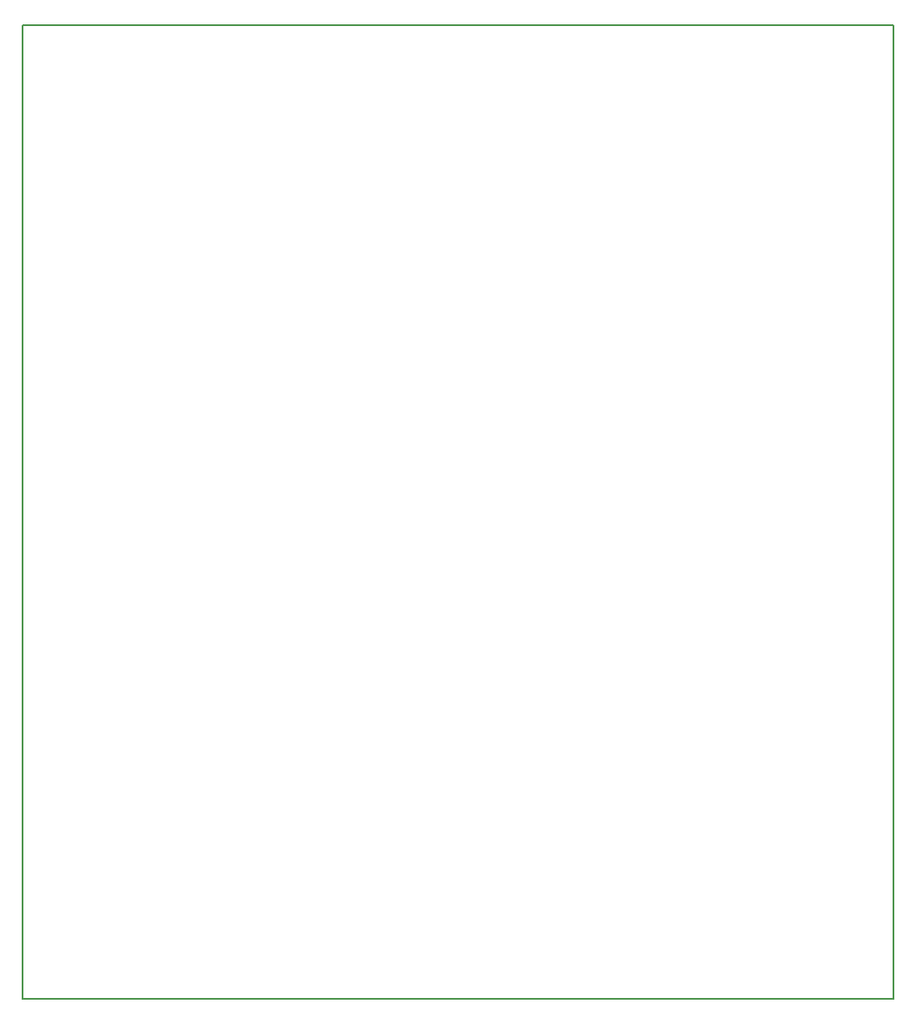
<source format=gm1>
G04 #@! TF.FileFunction,Profile,NP*
%FSLAX45Y45*%
G04 Gerber Fmt 4.5, Leading zero omitted, Abs format (unit mm)*
G04 Created by KiCad (PCBNEW 4.0.5-e0-6337~49~ubuntu16.04.1) date Tue Jan 24 14:39:18 2017*
%MOMM*%
%LPD*%
G01*
G04 APERTURE LIST*
%ADD10C,0.100000*%
%ADD11C,0.150000*%
G04 APERTURE END LIST*
D10*
D11*
X12083000Y-5597400D02*
X12083000Y-15097400D01*
X20583000Y-5597400D02*
X12083000Y-5597400D01*
X20583000Y-15097400D02*
X20583000Y-5597400D01*
X20483000Y-15097400D02*
X20583000Y-15097400D01*
X12083000Y-15097400D02*
X20483000Y-15097400D01*
M02*

</source>
